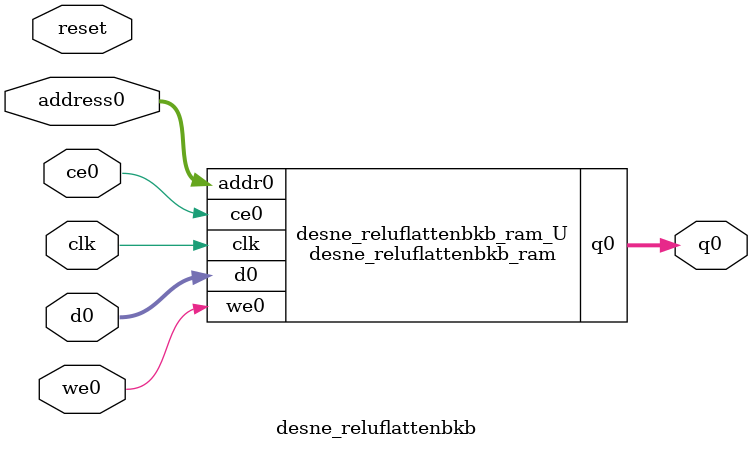
<source format=v>

`timescale 1 ns / 1 ps
module desne_reluflattenbkb_ram (addr0, ce0, d0, we0, q0,  clk);

parameter DWIDTH = 32;
parameter AWIDTH = 12;
parameter MEM_SIZE = 4096;

input[AWIDTH-1:0] addr0;
input ce0;
input[DWIDTH-1:0] d0;
input we0;
output reg[DWIDTH-1:0] q0;
input clk;

(* ram_style = "block" *)reg [DWIDTH-1:0] ram[0:MEM_SIZE-1];




always @(posedge clk)  
begin 
    if (ce0) 
    begin
        if (we0) 
        begin 
            ram[addr0] <= d0; 
            q0 <= d0;
        end 
        else 
            q0 <= ram[addr0];
    end
end


endmodule


`timescale 1 ns / 1 ps
module desne_reluflattenbkb(
    reset,
    clk,
    address0,
    ce0,
    we0,
    d0,
    q0);

parameter DataWidth = 32'd32;
parameter AddressRange = 32'd4096;
parameter AddressWidth = 32'd12;
input reset;
input clk;
input[AddressWidth - 1:0] address0;
input ce0;
input we0;
input[DataWidth - 1:0] d0;
output[DataWidth - 1:0] q0;



desne_reluflattenbkb_ram desne_reluflattenbkb_ram_U(
    .clk( clk ),
    .addr0( address0 ),
    .ce0( ce0 ),
    .d0( d0 ),
    .we0( we0 ),
    .q0( q0 ));

endmodule


</source>
